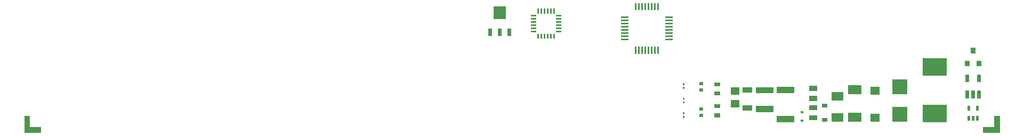
<source format=gbp>
G04 Layer: BottomPasteMaskLayer*
G04 EasyEDA v6.3.43, 2020-06-04T01:39:48+01:00*
G04 c5e8e4d559e34370b9c9d94393fceecd,c23c5ad5fcdd482d9714491510f6a4f3,10*
G04 Gerber Generator version 0.2*
G04 Scale: 100 percent, Rotated: No, Reflected: No *
G04 Dimensions in millimeters *
G04 leading zeros omitted , absolute positions ,3 integer and 3 decimal *
%FSLAX33Y33*%
%MOMM*%
G90*
G71D02*


%LPD*%
G36*
G01X155003Y2711D02*
G01X155003Y44D01*
G01X152336Y44D01*
G01X152336Y933D01*
G01X154114Y933D01*
G01X154114Y2711D01*
G01X155003Y2711D01*
G37*
G36*
G01X2730Y44D02*
G01X63Y44D01*
G01X63Y2711D01*
G01X952Y2711D01*
G01X952Y933D01*
G01X2730Y933D01*
G01X2730Y44D01*
G37*
G36*
G01X84530Y18632D02*
G01X85331Y18632D01*
G01X85331Y18881D01*
G01X84530Y18881D01*
G01X84530Y18632D01*
G37*
G36*
G01X84530Y18132D02*
G01X85331Y18132D01*
G01X85331Y18382D01*
G01X84530Y18382D01*
G01X84530Y18132D01*
G37*
G36*
G01X84530Y17632D02*
G01X85331Y17632D01*
G01X85331Y17881D01*
G01X84530Y17881D01*
G01X84530Y17632D01*
G37*
G36*
G01X84530Y17132D02*
G01X85331Y17132D01*
G01X85331Y17382D01*
G01X84530Y17382D01*
G01X84530Y17132D01*
G37*
G36*
G01X84530Y16632D02*
G01X85331Y16632D01*
G01X85331Y16881D01*
G01X84530Y16881D01*
G01X84530Y16632D01*
G37*
G36*
G01X84530Y16132D02*
G01X85331Y16132D01*
G01X85331Y16382D01*
G01X84530Y16382D01*
G01X84530Y16132D01*
G37*
G36*
G01X84305Y15107D02*
G01X84305Y15907D01*
G01X84055Y15907D01*
G01X84055Y15107D01*
G01X84305Y15107D01*
G37*
G36*
G01X83806Y15107D02*
G01X83806Y15907D01*
G01X83556Y15907D01*
G01X83556Y15107D01*
G01X83806Y15107D01*
G37*
G36*
G01X83305Y15107D02*
G01X83305Y15907D01*
G01X83055Y15907D01*
G01X83055Y15107D01*
G01X83305Y15107D01*
G37*
G36*
G01X82806Y15107D02*
G01X82806Y15907D01*
G01X82556Y15907D01*
G01X82556Y15107D01*
G01X82806Y15107D01*
G37*
G36*
G01X82305Y15107D02*
G01X82305Y15907D01*
G01X82055Y15907D01*
G01X82055Y15107D01*
G01X82305Y15107D01*
G37*
G36*
G01X81806Y15107D02*
G01X81806Y15907D01*
G01X81556Y15907D01*
G01X81556Y15107D01*
G01X81806Y15107D01*
G37*
G36*
G01X81331Y16382D02*
G01X80530Y16382D01*
G01X80530Y16132D01*
G01X81331Y16132D01*
G01X81331Y16382D01*
G37*
G36*
G01X81331Y16881D02*
G01X80530Y16881D01*
G01X80530Y16632D01*
G01X81331Y16632D01*
G01X81331Y16881D01*
G37*
G36*
G01X81331Y17382D02*
G01X80530Y17382D01*
G01X80530Y17132D01*
G01X81331Y17132D01*
G01X81331Y17382D01*
G37*
G36*
G01X81331Y17881D02*
G01X80530Y17881D01*
G01X80530Y17632D01*
G01X81331Y17632D01*
G01X81331Y17881D01*
G37*
G36*
G01X81331Y18382D02*
G01X80530Y18382D01*
G01X80530Y18132D01*
G01X81331Y18132D01*
G01X81331Y18382D01*
G37*
G36*
G01X81331Y18881D02*
G01X80530Y18881D01*
G01X80530Y18632D01*
G01X81331Y18632D01*
G01X81331Y18881D01*
G37*
G36*
G01X81556Y19907D02*
G01X81556Y19106D01*
G01X81806Y19106D01*
G01X81806Y19907D01*
G01X81556Y19907D01*
G37*
G36*
G01X82055Y19907D02*
G01X82055Y19106D01*
G01X82305Y19106D01*
G01X82305Y19907D01*
G01X82055Y19907D01*
G37*
G36*
G01X82556Y19907D02*
G01X82556Y19106D01*
G01X82806Y19106D01*
G01X82806Y19907D01*
G01X82556Y19907D01*
G37*
G36*
G01X83055Y19907D02*
G01X83055Y19106D01*
G01X83305Y19106D01*
G01X83305Y19907D01*
G01X83055Y19907D01*
G37*
G36*
G01X83556Y19907D02*
G01X83556Y19106D01*
G01X83806Y19106D01*
G01X83806Y19907D01*
G01X83556Y19907D01*
G37*
G36*
G01X84055Y19907D02*
G01X84055Y19106D01*
G01X84305Y19106D01*
G01X84305Y19907D01*
G01X84055Y19907D01*
G37*
G36*
G01X103004Y18622D02*
G01X101861Y18622D01*
G01X101861Y18368D01*
G01X103004Y18368D01*
G01X103004Y18622D01*
G37*
G36*
G01X103004Y18121D02*
G01X101861Y18121D01*
G01X101861Y17867D01*
G01X103004Y17867D01*
G01X103004Y18121D01*
G37*
G36*
G01X103004Y17622D02*
G01X101861Y17622D01*
G01X101861Y17368D01*
G01X103004Y17368D01*
G01X103004Y17622D01*
G37*
G36*
G01X103004Y17121D02*
G01X101861Y17121D01*
G01X101861Y16867D01*
G01X103004Y16867D01*
G01X103004Y17121D01*
G37*
G36*
G01X103004Y16622D02*
G01X101861Y16622D01*
G01X101861Y16368D01*
G01X103004Y16368D01*
G01X103004Y16622D01*
G37*
G36*
G01X103004Y16121D02*
G01X101861Y16121D01*
G01X101861Y15867D01*
G01X103004Y15867D01*
G01X103004Y16121D01*
G37*
G36*
G01X103004Y15622D02*
G01X101861Y15622D01*
G01X101861Y15368D01*
G01X103004Y15368D01*
G01X103004Y15622D01*
G37*
G36*
G01X103004Y15121D02*
G01X101861Y15121D01*
G01X101861Y14867D01*
G01X103004Y14867D01*
G01X103004Y15121D01*
G37*
G36*
G01X100810Y12673D02*
G01X100810Y13816D01*
G01X100556Y13816D01*
G01X100556Y12673D01*
G01X100810Y12673D01*
G37*
G36*
G01X100309Y12673D02*
G01X100309Y13816D01*
G01X100055Y13816D01*
G01X100055Y12673D01*
G01X100309Y12673D01*
G37*
G36*
G01X99810Y12673D02*
G01X99810Y13816D01*
G01X99556Y13816D01*
G01X99556Y12673D01*
G01X99810Y12673D01*
G37*
G36*
G01X99309Y12673D02*
G01X99309Y13816D01*
G01X99055Y13816D01*
G01X99055Y12673D01*
G01X99309Y12673D01*
G37*
G36*
G01X98810Y12673D02*
G01X98810Y13816D01*
G01X98556Y13816D01*
G01X98556Y12673D01*
G01X98810Y12673D01*
G37*
G36*
G01X98309Y12673D02*
G01X98309Y13816D01*
G01X98055Y13816D01*
G01X98055Y12673D01*
G01X98309Y12673D01*
G37*
G36*
G01X97810Y12673D02*
G01X97810Y13816D01*
G01X97556Y13816D01*
G01X97556Y12673D01*
G01X97810Y12673D01*
G37*
G36*
G01X97309Y12673D02*
G01X97309Y13816D01*
G01X97055Y13816D01*
G01X97055Y12673D01*
G01X97309Y12673D01*
G37*
G36*
G01X94861Y14867D02*
G01X96004Y14867D01*
G01X96004Y15121D01*
G01X94861Y15121D01*
G01X94861Y14867D01*
G37*
G36*
G01X94861Y15368D02*
G01X96004Y15368D01*
G01X96004Y15622D01*
G01X94861Y15622D01*
G01X94861Y15368D01*
G37*
G36*
G01X94861Y15867D02*
G01X96004Y15867D01*
G01X96004Y16121D01*
G01X94861Y16121D01*
G01X94861Y15867D01*
G37*
G36*
G01X94861Y16368D02*
G01X96004Y16368D01*
G01X96004Y16622D01*
G01X94861Y16622D01*
G01X94861Y16368D01*
G37*
G36*
G01X94861Y16867D02*
G01X96004Y16867D01*
G01X96004Y17121D01*
G01X94861Y17121D01*
G01X94861Y16867D01*
G37*
G36*
G01X94861Y17368D02*
G01X96004Y17368D01*
G01X96004Y17622D01*
G01X94861Y17622D01*
G01X94861Y17368D01*
G37*
G36*
G01X94861Y17867D02*
G01X96004Y17867D01*
G01X96004Y18121D01*
G01X94861Y18121D01*
G01X94861Y17867D01*
G37*
G36*
G01X94861Y18368D02*
G01X96004Y18368D01*
G01X96004Y18622D01*
G01X94861Y18622D01*
G01X94861Y18368D01*
G37*
G36*
G01X97055Y20816D02*
G01X97055Y19673D01*
G01X97309Y19673D01*
G01X97309Y20816D01*
G01X97055Y20816D01*
G37*
G36*
G01X97556Y20816D02*
G01X97556Y19673D01*
G01X97810Y19673D01*
G01X97810Y20816D01*
G01X97556Y20816D01*
G37*
G36*
G01X98055Y20816D02*
G01X98055Y19673D01*
G01X98309Y19673D01*
G01X98309Y20816D01*
G01X98055Y20816D01*
G37*
G36*
G01X98556Y20816D02*
G01X98556Y19673D01*
G01X98810Y19673D01*
G01X98810Y20816D01*
G01X98556Y20816D01*
G37*
G36*
G01X99055Y20816D02*
G01X99055Y19673D01*
G01X99309Y19673D01*
G01X99309Y20816D01*
G01X99055Y20816D01*
G37*
G36*
G01X99556Y20816D02*
G01X99556Y19673D01*
G01X99810Y19673D01*
G01X99810Y20816D01*
G01X99556Y20816D01*
G37*
G36*
G01X100055Y20816D02*
G01X100055Y19673D01*
G01X100309Y19673D01*
G01X100309Y20816D01*
G01X100055Y20816D01*
G37*
G36*
G01X100556Y20816D02*
G01X100556Y19673D01*
G01X100810Y19673D01*
G01X100810Y20816D01*
G01X100556Y20816D01*
G37*
G36*
G01X77353Y16751D02*
G01X76773Y16751D01*
G01X76773Y15551D01*
G01X77353Y15551D01*
G01X77353Y16751D01*
G37*
G36*
G01X75853Y16751D02*
G01X75273Y16751D01*
G01X75273Y15551D01*
G01X75853Y15551D01*
G01X75853Y16751D01*
G37*
G36*
G01X74353Y16751D02*
G01X73773Y16751D01*
G01X73773Y15551D01*
G01X74353Y15551D01*
G01X74353Y16751D01*
G37*
G36*
G01X76563Y20251D02*
G01X74563Y20251D01*
G01X74563Y18251D01*
G01X76563Y18251D01*
G01X76563Y20251D01*
G37*
G36*
G01X151974Y6773D02*
G01X151424Y6773D01*
G01X151424Y5573D01*
G01X151974Y5573D01*
G01X151974Y6773D01*
G37*
G36*
G01X151024Y6773D02*
G01X150474Y6773D01*
G01X150474Y5573D01*
G01X151024Y5573D01*
G01X151024Y6773D01*
G37*
G36*
G01X150074Y6773D02*
G01X149524Y6773D01*
G01X149524Y5573D01*
G01X150074Y5573D01*
G01X150074Y6773D01*
G37*
G36*
G01X150074Y9374D02*
G01X149524Y9374D01*
G01X149524Y8174D01*
G01X150074Y8174D01*
G01X150074Y9374D01*
G37*
G36*
G01X151974Y9374D02*
G01X151424Y9374D01*
G01X151424Y8174D01*
G01X151974Y8174D01*
G01X151974Y9374D01*
G37*
G36*
G01X151148Y13659D02*
G01X150348Y13659D01*
G01X150348Y12759D01*
G01X151148Y12759D01*
G01X151148Y13659D01*
G37*
G36*
G01X150198Y11559D02*
G01X149398Y11559D01*
G01X149398Y10659D01*
G01X150198Y10659D01*
G01X150198Y11559D01*
G37*
G36*
G01X152097Y11559D02*
G01X151298Y11559D01*
G01X151298Y10659D01*
G01X152097Y10659D01*
G01X152097Y11559D01*
G37*
G36*
G01X151599Y2705D02*
G01X151199Y2705D01*
G01X151199Y1956D01*
G01X151599Y1956D01*
G01X151599Y2705D01*
G37*
G36*
G01X150949Y2705D02*
G01X150549Y2705D01*
G01X150549Y1956D01*
G01X150949Y1956D01*
G01X150949Y2705D01*
G37*
G36*
G01X150299Y2705D02*
G01X149899Y2705D01*
G01X149899Y1956D01*
G01X150299Y1956D01*
G01X150299Y2705D01*
G37*
G36*
G01X150299Y4355D02*
G01X149899Y4355D01*
G01X149899Y3606D01*
G01X150299Y3606D01*
G01X150299Y4355D01*
G37*
G36*
G01X151599Y4355D02*
G01X151199Y4355D01*
G01X151199Y3606D01*
G01X151599Y3606D01*
G01X151599Y4355D01*
G37*
G36*
G01X104924Y7090D02*
G01X104924Y7390D01*
G01X104625Y7390D01*
G01X104625Y7090D01*
G01X104924Y7090D01*
G37*
G36*
G01X104924Y7690D02*
G01X104924Y7990D01*
G01X104625Y7990D01*
G01X104625Y7690D01*
G01X104924Y7690D01*
G37*
G36*
G01X107868Y6670D02*
G01X107868Y7170D01*
G01X107269Y7170D01*
G01X107269Y6670D01*
G01X107868Y6670D01*
G37*
G36*
G01X107868Y7670D02*
G01X107868Y8170D01*
G01X107269Y8170D01*
G01X107269Y7670D01*
G01X107868Y7670D01*
G37*
G36*
G01X110559Y6004D02*
G01X110559Y6604D01*
G01X109659Y6604D01*
G01X109659Y6004D01*
G01X110559Y6004D01*
G37*
G36*
G01X110559Y7504D02*
G01X110559Y8104D01*
G01X109659Y8104D01*
G01X109659Y7504D01*
G01X110559Y7504D01*
G37*
G36*
G01X113584Y4055D02*
G01X113584Y5255D01*
G01X112285Y5255D01*
G01X112285Y4055D01*
G01X113584Y4055D01*
G37*
G36*
G01X113584Y6155D02*
G01X113584Y7355D01*
G01X112285Y7355D01*
G01X112285Y6155D01*
G01X113584Y6155D01*
G37*
G36*
G01X115690Y3551D02*
G01X115690Y4451D01*
G01X114090Y4451D01*
G01X114090Y3551D01*
G01X115690Y3551D01*
G37*
G36*
G01X115690Y6451D02*
G01X115690Y7351D01*
G01X114090Y7351D01*
G01X114090Y6451D01*
G01X115690Y6451D01*
G37*
G36*
G01X116208Y7350D02*
G01X116208Y6350D01*
G01X119008Y6350D01*
G01X119008Y7350D01*
G01X116208Y7350D01*
G37*
G36*
G01X116208Y4350D02*
G01X116208Y3350D01*
G01X119008Y3350D01*
G01X119008Y4350D01*
G01X116208Y4350D01*
G37*
G36*
G01X119535Y1762D02*
G01X122336Y1762D01*
G01X122336Y2762D01*
G01X119535Y2762D01*
G01X119535Y1762D01*
G37*
G36*
G01X119535Y6362D02*
G01X122336Y6362D01*
G01X122336Y7362D01*
G01X119535Y7362D01*
G01X119535Y6362D01*
G37*
G36*
G01X125948Y2045D02*
G01X125948Y2844D01*
G01X124749Y2844D01*
G01X124749Y2045D01*
G01X125948Y2045D01*
G37*
G36*
G01X125948Y3644D02*
G01X125948Y4444D01*
G01X124749Y4444D01*
G01X124749Y3644D01*
G01X125948Y3644D01*
G37*
G36*
G01X123746Y1785D02*
G01X123746Y2135D01*
G01X123395Y2135D01*
G01X123395Y1785D01*
G01X123746Y1785D01*
G37*
G36*
G01X123746Y3135D02*
G01X123746Y3485D01*
G01X123395Y3485D01*
G01X123395Y3135D01*
G01X123746Y3135D01*
G37*
G36*
G01X135920Y6103D02*
G01X135920Y7373D01*
G01X134450Y7373D01*
G01X134450Y6103D01*
G01X135920Y6103D01*
G37*
G36*
G01X134450Y3073D02*
G01X134450Y1803D01*
G01X135920Y1803D01*
G01X135920Y3073D01*
G01X134450Y3073D01*
G37*
G36*
G01X140297Y1797D02*
G01X140297Y4198D01*
G01X137896Y4198D01*
G01X137896Y1797D01*
G01X140297Y1797D01*
G37*
G36*
G01X140297Y6197D02*
G01X140297Y8597D01*
G01X137896Y8597D01*
G01X137896Y6197D01*
G01X140297Y6197D01*
G37*
G36*
G01X146553Y1738D02*
G01X146553Y4539D01*
G01X142753Y4539D01*
G01X142753Y1738D01*
G01X146553Y1738D01*
G37*
G36*
G01X146553Y9138D02*
G01X146553Y11939D01*
G01X142753Y11939D01*
G01X142753Y9138D01*
G01X146553Y9138D01*
G37*
G36*
G01X130934Y7615D02*
G01X130934Y6215D01*
G01X133035Y6215D01*
G01X133035Y7615D01*
G01X130934Y7615D01*
G37*
G36*
G01X130934Y3215D02*
G01X130934Y1815D01*
G01X133035Y1815D01*
G01X133035Y3215D01*
G01X130934Y3215D01*
G37*
G36*
G01X126743Y4707D02*
G01X126743Y4077D01*
G01X127574Y4077D01*
G01X127574Y4707D01*
G01X126743Y4707D01*
G37*
G36*
G01X126743Y2407D02*
G01X126743Y1777D01*
G01X127574Y1777D01*
G01X127574Y2407D01*
G01X126743Y2407D01*
G37*
G36*
G01X130091Y1781D02*
G01X130091Y3181D01*
G01X128291Y3181D01*
G01X128291Y1781D01*
G01X130091Y1781D01*
G37*
G36*
G01X130091Y5181D02*
G01X130091Y6581D01*
G01X128291Y6581D01*
G01X128291Y5181D01*
G01X130091Y5181D01*
G37*
G36*
G01X104924Y2416D02*
G01X104924Y2716D01*
G01X104625Y2716D01*
G01X104625Y2416D01*
G01X104924Y2416D01*
G37*
G36*
G01X104924Y3016D02*
G01X104924Y3316D01*
G01X104625Y3316D01*
G01X104625Y3016D01*
G01X104924Y3016D01*
G37*
G36*
G01X107868Y2606D02*
G01X107868Y3106D01*
G01X107269Y3106D01*
G01X107269Y2606D01*
G01X107868Y2606D01*
G37*
G36*
G01X107868Y3606D02*
G01X107868Y4106D01*
G01X107269Y4106D01*
G01X107269Y3606D01*
G01X107868Y3606D01*
G37*
G36*
G01X110559Y2525D02*
G01X110559Y3125D01*
G01X109659Y3125D01*
G01X109659Y2525D01*
G01X110559Y2525D01*
G37*
G36*
G01X110559Y4025D02*
G01X110559Y4625D01*
G01X109659Y4625D01*
G01X109659Y4025D01*
G01X110559Y4025D01*
G37*
G36*
G01X104924Y4753D02*
G01X104924Y5053D01*
G01X104625Y5053D01*
G01X104625Y4753D01*
G01X104924Y4753D01*
G37*
G36*
G01X104924Y5353D02*
G01X104924Y5653D01*
G01X104625Y5653D01*
G01X104625Y5353D01*
G01X104924Y5353D01*
G37*
G36*
G01X125948Y5131D02*
G01X125948Y5930D01*
G01X124749Y5930D01*
G01X124749Y5131D01*
G01X125948Y5131D01*
G37*
G36*
G01X125948Y6731D02*
G01X125948Y7530D01*
G01X124749Y7530D01*
G01X124749Y6731D01*
G01X125948Y6731D01*
G37*
M00*
M02*

</source>
